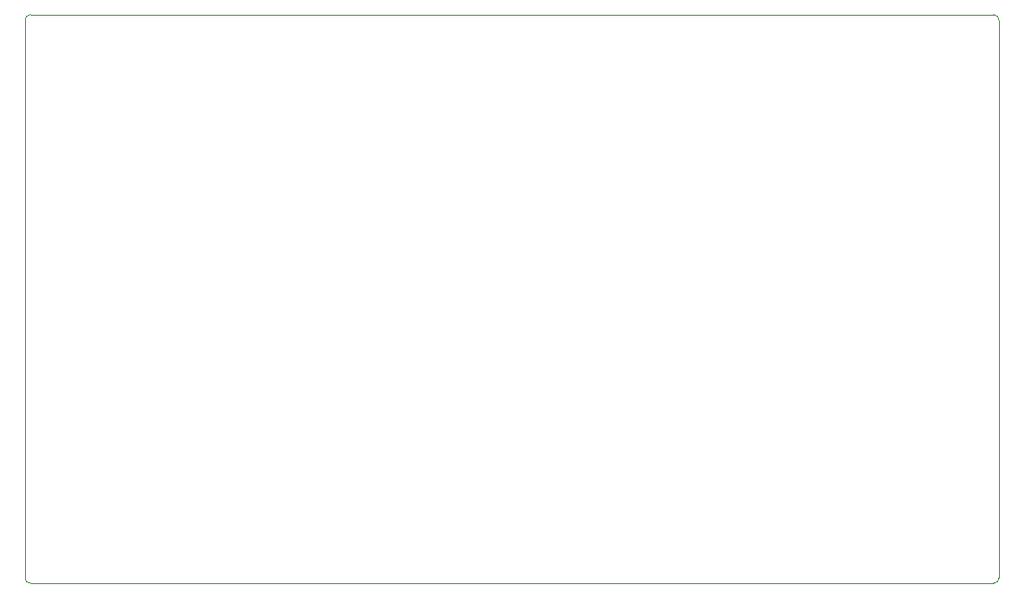
<source format=gbr>
%TF.GenerationSoftware,KiCad,Pcbnew,(6.0.2-0)*%
%TF.CreationDate,2023-06-03T21:44:49-06:00*%
%TF.ProjectId,catlin_card,6361746c-696e-45f6-9361-72642e6b6963,rev?*%
%TF.SameCoordinates,Original*%
%TF.FileFunction,Profile,NP*%
%FSLAX46Y46*%
G04 Gerber Fmt 4.6, Leading zero omitted, Abs format (unit mm)*
G04 Created by KiCad (PCBNEW (6.0.2-0)) date 2023-06-03 21:44:49*
%MOMM*%
%LPD*%
G01*
G04 APERTURE LIST*
%TA.AperFunction,Profile*%
%ADD10C,0.100000*%
%TD*%
G04 APERTURE END LIST*
D10*
X189000000Y-48500000D02*
G75*
G03*
X188500000Y-48000000I-507195J-7195D01*
G01*
X100000000Y-99500000D02*
G75*
G03*
X100500000Y-100000000I507185J7185D01*
G01*
X100000000Y-48500000D02*
X100000000Y-99500000D01*
X188500000Y-100000000D02*
G75*
G03*
X189000000Y-99500000I-7195J507195D01*
G01*
X100500000Y-48000000D02*
X188500000Y-48000000D01*
X100500000Y-48000000D02*
G75*
G03*
X100000000Y-48500000I7195J-507195D01*
G01*
X100500000Y-100000000D02*
X188500000Y-100000000D01*
X189000000Y-99500000D02*
X189000000Y-48500000D01*
M02*

</source>
